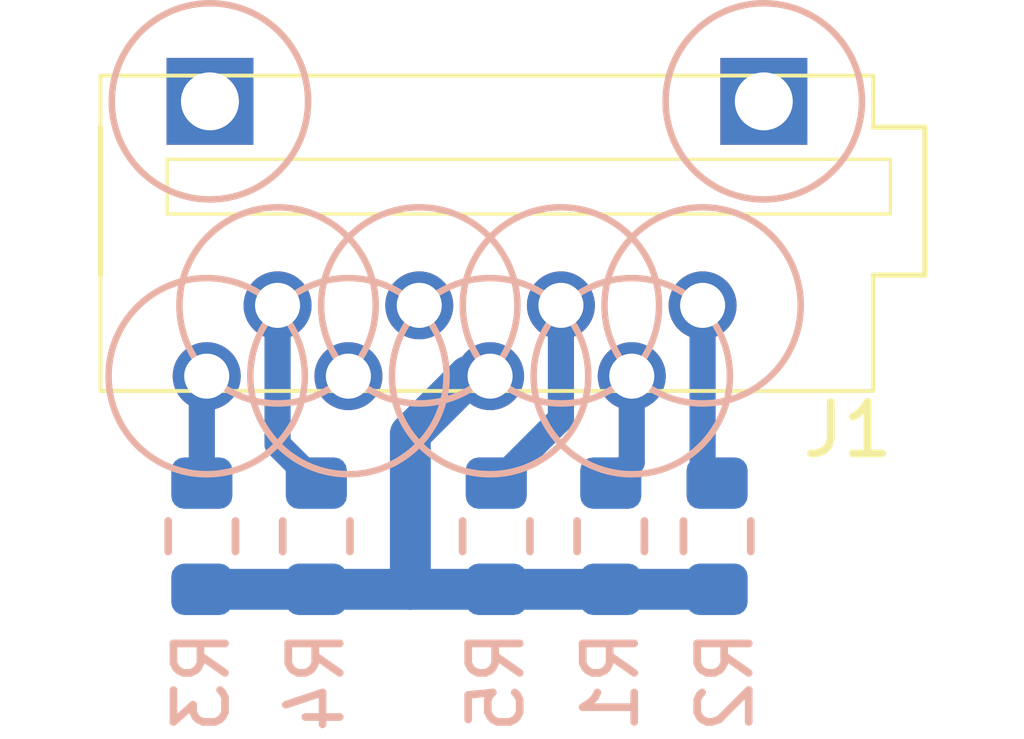
<source format=kicad_pcb>
(kicad_pcb (version 20211014) (generator pcbnew)
  (layers (0 "F.Cu" signal) (31 "B.Cu" signal) (34 "B.Paste" user) (35 "F.Paste" user) (36 "B.SilkS" user "B.Silkscreen") (37 "F.SilkS" user "F.Silkscreen") (38 "B.Mask" user) (39 "F.Mask" user) (44 "Edge.Cuts" user))
  (net 0 "")
  (net 1 "Pin0.CMD")
  (net 2 "3V3D")
  (net 3 "Pin0.D3")
  (net 4 "Pin0.D2")
  (net 5 "Pin0.D1")
  (net 6 "Pin0.D0")
  (net 7 "GND")
  (net 8 "Pin0.SCK")
  (footprint "local:VERT_MICROSD_CENTERED" (layer "F.Cu") (at 0 0 180)
    (fp_text reference "J1" (at -5.207 -3.556) (layer "F.SilkS") (effects (font (size 0.8 0.8) (thickness 0.12))))
    (fp_text value "MicroSD Vertical")
    (fp_circle (center 1.45 -1.62) (end 2.974 -1.62) (layer "B.SilkS") (width 0.1016) (fill none))
    (fp_circle (center -1.85 -2.72) (end -0.326 -2.72) (layer "B.SilkS") (width 0.1016) (fill none))
    (fp_circle (center -2.95 -1.62) (end -1.426 -1.62) (layer "B.SilkS") (width 0.1016) (fill none))
    (fp_circle (center 3.65 -1.62) (end 5.174 -1.62) (layer "B.SilkS") (width 0.1016) (fill none))
    (fp_circle (center 2.55 -2.72) (end 4.074 -2.72) (layer "B.SilkS") (width 0.1016) (fill none))
    (fp_circle (center 4.7 1.55) (end 6.224 1.55) (layer "B.SilkS") (width 0.1016) (fill none))
    (fp_circle (center -3.9 1.55) (end -2.376 1.55) (layer "B.SilkS") (width 0.1016) (fill none))
    (fp_circle (center 4.75 -2.72) (end 6.274 -2.72) (layer "B.SilkS") (width 0.1016) (fill none))
    (fp_circle (center -0.75 -1.62) (end 0.774 -1.62) (layer "B.SilkS") (width 0.1016) (fill none))
    (fp_circle (center 0.35 -2.72) (end 1.874 -2.72) (layer "B.SilkS") (width 0.1016) (fill none))
    (fp_line (start -5.6 -1.15) (end -5.6 -2.95) (layer "F.SilkS") (width 0.06))
    (fp_line (start 6.4 -1.15) (end 6.4 1.15) (layer "F.SilkS") (width 0.08))
    (fp_line (start -5.6 1.15) (end -5.6 1.95) (layer "F.SilkS") (width 0.06))
    (fp_line (start 5.365 -0.2) (end 5.365 0.65) (layer "F.SilkS") (width 0.05))
    (fp_line (start 6.4 -2.95) (end 6.4 -1.15) (layer "F.SilkS") (width 0.06))
    (fp_line (start -6.4 1.15) (end -6.4 -1.15) (layer "F.SilkS") (width 0.08))
    (fp_line (start -5.865 0.65) (end -5.865 -0.2) (layer "F.SilkS") (width 0.05))
    (fp_line (start -6.4 -1.15) (end -5.6 -1.15) (layer "F.SilkS") (width 0.08))
    (fp_line (start -5.6 -2.95) (end 6.4 -2.95) (layer "F.SilkS") (width 0.06))
    (fp_line (start -5.865 -0.2) (end 5.365 -0.2) (layer "F.SilkS") (width 0.05))
    (fp_line (start 5.365 0.65) (end -5.865 0.65) (layer "F.SilkS") (width 0.05))
    (fp_line (start -5.6 1.15) (end -6.4 1.15) (layer "F.SilkS") (width 0.08))
    (fp_line (start 6.4 1.95) (end 6.4 1.15) (layer "F.SilkS") (width 0.06))
    (fp_line (start -5.6 1.95) (end 6.4 1.95) (layer "F.SilkS") (width 0.06))
    (pad "1" thru_hole rect (at -3.9 1.55 180) (size 1.35 1.35) (drill 0.9) (layers *.Cu *.Mask) (net 7 "GND"))
    (pad "1" thru_hole circle (at 2.55 -2.72 180) (size 1.0556 1.0556) (drill 0.7) (layers *.Cu *.Mask) (net 7 "GND"))
    (pad "1" thru_hole rect (at 4.7 1.55 180) (size 1.35 1.35) (drill 0.9) (layers *.Cu *.Mask) (net 7 "GND"))
    (pad "2" thru_hole circle (at 0.35 -2.72 180) (size 1.0556 1.0556) (drill 0.7) (layers *.Cu *.Mask) (net 2 "3V3D"))
    (pad "3" thru_hole circle (at 1.45 -1.62 180) (size 1.0556 1.0556) (drill 0.7) (layers *.Cu *.Mask) (net 8 "Pin0.SCK"))
    (pad "4" thru_hole circle (at -0.75 -1.62 180) (size 1.0556 1.0556) (drill 0.7) (layers *.Cu *.Mask) (net 1 "Pin0.CMD"))
    (pad "5" thru_hole circle (at 3.65 -1.62 180) (size 1.0556 1.0556) (drill 0.7) (layers *.Cu *.Mask) (net 6 "Pin0.D0"))
    (pad "6" thru_hole circle (at 4.75 -2.72 180) (size 1.0556 1.0556) (drill 0.7) (layers *.Cu *.Mask) (net 5 "Pin0.D1"))
    (pad "7" thru_hole circle (at -2.95 -1.62 180) (size 1.0556 1.0556) (drill 0.7) (layers *.Cu *.Mask) (net 4 "Pin0.D2"))
    (pad "8" thru_hole circle (at -1.85 -2.72 180) (size 1.0556 1.0556) (drill 0.7) (layers *.Cu *.Mask) (net 3 "Pin0.D3"))
  )
  (footprint "Resistor_SMD:R_0603_1608Metric" (layer "B.Cu") (at -4.826 5.207 90)
    (fp_text reference "R3" (at -1.397 -0.004 270) (layer "B.SilkS") (effects (font (size 0.8 0.8) (thickness 0.12)) (justify left mirror)))
    (fp_text value "47k")
    (fp_line (start -0.237258 -0.5225) (end 0.237258 -0.5225) (layer "B.SilkS") (width 0.12))
    (fp_line (start -0.237258 0.5225) (end 0.237258 0.5225) (layer "B.SilkS") (width 0.12))
    (pad "1" smd roundrect (at -0.825 0 90) (size 0.8 0.95) (layers "B.Cu" "B.Paste" "B.Mask") (net 2 "3V3D"))
    (pad "2" smd roundrect (at 0.825 0 90) (size 0.8 0.95) (layers "B.Cu" "B.Paste" "B.Mask") (net 5 "Pin0.D1"))
  )
  (footprint "Resistor_SMD:R_0603_1608Metric" (layer "B.Cu") (at 1.524 5.207 90)
    (fp_text reference "R1" (at -1.397 0 270) (layer "B.SilkS") (effects (font (size 0.8 0.8) (thickness 0.12)) (justify left mirror)))
    (fp_text value "47k")
    (fp_line (start -0.237258 0.5225) (end 0.237258 0.5225) (layer "B.SilkS") (width 0.12))
    (fp_line (start -0.237258 -0.5225) (end 0.237258 -0.5225) (layer "B.SilkS") (width 0.12))
    (pad "1" smd roundrect (at -0.825 0 90) (size 0.8 0.95) (layers "B.Cu" "B.Paste" "B.Mask") (net 2 "3V3D"))
    (pad "2" smd roundrect (at 0.825 0 90) (size 0.8 0.95) (layers "B.Cu" "B.Paste" "B.Mask") (net 3 "Pin0.D3"))
  )
  (footprint "Resistor_SMD:R_0603_1608Metric" (layer "B.Cu") (at 3.175 5.207 90)
    (fp_text reference "R2" (at -1.397 0.127 270) (layer "B.SilkS") (effects (font (size 0.8 0.8) (thickness 0.12)) (justify left mirror)))
    (fp_text value "47k")
    (fp_line (start -0.237258 -0.5225) (end 0.237258 -0.5225) (layer "B.SilkS") (width 0.12))
    (fp_line (start -0.237258 0.5225) (end 0.237258 0.5225) (layer "B.SilkS") (width 0.12))
    (pad "1" smd roundrect (at -0.825 0 90) (size 0.8 0.95) (layers "B.Cu" "B.Paste" "B.Mask") (net 2 "3V3D"))
    (pad "2" smd roundrect (at 0.825 0 90) (size 0.8 0.95) (layers "B.Cu" "B.Paste" "B.Mask") (net 4 "Pin0.D2"))
  )
  (footprint "Resistor_SMD:R_0603_1608Metric" (layer "B.Cu") (at -3.048 5.207 90)
    (fp_text reference "R4" (at -1.397 0 270) (layer "B.SilkS") (effects (font (size 0.8 0.8) (thickness 0.12)) (justify left mirror)))
    (fp_text value "47k")
    (fp_line (start -0.237258 0.5225) (end 0.237258 0.5225) (layer "B.SilkS") (width 0.12))
    (fp_line (start -0.237258 -0.5225) (end 0.237258 -0.5225) (layer "B.SilkS") (width 0.12))
    (pad "1" smd roundrect (at -0.825 0 90) (size 0.8 0.95) (layers "B.Cu" "B.Paste" "B.Mask") (net 2 "3V3D"))
    (pad "2" smd roundrect (at 0.825 0 90) (size 0.8 0.95) (layers "B.Cu" "B.Paste" "B.Mask") (net 6 "Pin0.D0"))
  )
  (footprint "Resistor_SMD:R_0603_1608Metric" (layer "B.Cu") (at -0.254 5.207 90)
    (fp_text reference "R5" (at -1.397 0 270) (layer "B.SilkS") (effects (font (size 0.8 0.8) (thickness 0.12)) (justify left mirror)))
    (fp_text value "47k")
    (fp_line (start -0.237258 -0.5225) (end 0.237258 -0.5225) (layer "B.SilkS") (width 0.12))
    (fp_line (start -0.237258 0.5225) (end 0.237258 0.5225) (layer "B.SilkS") (width 0.12))
    (pad "1" smd roundrect (at -0.825 0 90) (size 0.8 0.95) (layers "B.Cu" "B.Paste" "B.Mask") (net 2 "3V3D"))
    (pad "2" smd roundrect (at 0.825 0 90) (size 0.8 0.95) (layers "B.Cu" "B.Paste" "B.Mask") (net 1 "Pin0.CMD"))
  )
  (segment (start 0.75 1.62) (end 0.75 3.378) (width 0.4064) (layer "B.Cu") (net 1))
  (segment (start 0.75 3.378) (end -0.254 4.382) (width 0.4064) (layer "B.Cu") (net 1))
  (segment (start -0.688 2.72) (end -1.588 3.62) (width 0.635) (layer "B.Cu") (net 2))
  (segment (start -1.588 3.62) (end -1.588 6.032) (width 0.635) (layer "B.Cu") (net 2))
  (segment (start -0.35 2.72) (end -0.688 2.72) (width 0.635) (layer "B.Cu") (net 2))
  (segment (start -1.588 6.032) (end 3.175 6.032) (width 0.635) (layer "B.Cu") (net 2))
  (segment (start -4.826 6.032) (end -1.588 6.032) (width 0.635) (layer "B.Cu") (net 2))
  (segment (start 1.85 2.72) (end 1.85 4.056) (width 0.4064) (layer "B.Cu") (net 3))
  (segment (start 1.85 4.056) (end 1.524 4.382) (width 0.4064) (layer "B.Cu") (net 3))
  (segment (start 2.95 4.157) (end 3.175 4.382) (width 0.4064) (layer "B.Cu") (net 4))
  (segment (start 2.95 1.62) (end 2.95 4.157) (width 0.4064) (layer "B.Cu") (net 4))
  (segment (start -4.826 4.382) (end -4.826 2.796) (width 0.4064) (layer "B.Cu") (net 5))
  (segment (start -4.826 2.796) (end -4.75 2.72) (width 0.4064) (layer "B.Cu") (net 5))
  (segment (start -3.65 1.62) (end -3.65 3.78) (width 0.4064) (layer "B.Cu") (net 6))
  (segment (start -3.65 3.78) (end -3.048 4.382) (width 0.4064) (layer "B.Cu") (net 6))
)
</source>
